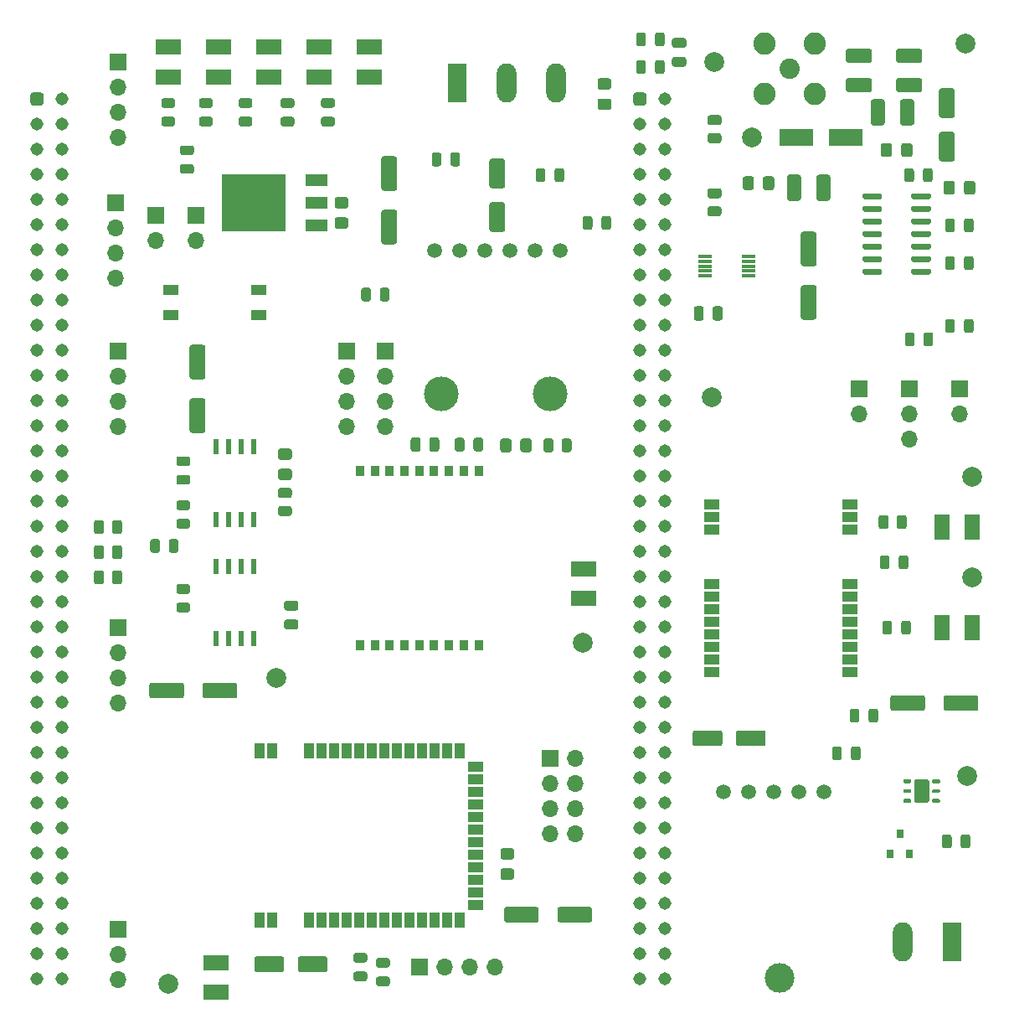
<source format=gbr>
G04 #@! TF.GenerationSoftware,KiCad,Pcbnew,(5.1.12)-1*
G04 #@! TF.CreationDate,2021-12-04T17:22:21+10:00*
G04 #@! TF.ProjectId,stmsplat2,73746d73-706c-4617-9432-2e6b69636164,rev?*
G04 #@! TF.SameCoordinates,Original*
G04 #@! TF.FileFunction,Soldermask,Top*
G04 #@! TF.FilePolarity,Negative*
%FSLAX46Y46*%
G04 Gerber Fmt 4.6, Leading zero omitted, Abs format (unit mm)*
G04 Created by KiCad (PCBNEW (5.1.12)-1) date 2021-12-04 17:22:21*
%MOMM*%
%LPD*%
G01*
G04 APERTURE LIST*
%ADD10R,1.600000X1.000000*%
%ADD11C,3.000000*%
%ADD12C,1.520000*%
%ADD13O,1.700000X1.700000*%
%ADD14R,1.700000X1.700000*%
%ADD15R,1.500000X1.100000*%
%ADD16C,2.000000*%
%ADD17R,0.800000X0.900000*%
%ADD18R,1.400000X0.300000*%
%ADD19R,1.500000X2.600000*%
%ADD20R,2.600000X1.500000*%
%ADD21R,3.500000X1.800000*%
%ADD22C,1.310000*%
%ADD23C,2.250000*%
%ADD24C,2.050000*%
%ADD25R,0.558800X1.498600*%
%ADD26R,2.200000X1.200000*%
%ADD27R,6.400000X5.800000*%
%ADD28R,1.980000X3.960000*%
%ADD29O,1.980000X3.960000*%
%ADD30R,1.000000X1.600000*%
%ADD31R,0.912500X1.000000*%
%ADD32C,3.500000*%
G04 APERTURE END LIST*
D10*
X137505800Y-122629600D03*
X137505800Y-123899600D03*
X137505800Y-125169600D03*
X137505800Y-126439600D03*
X137505800Y-127709600D03*
X137505800Y-128979600D03*
X137505800Y-130249600D03*
X137505800Y-131519600D03*
X137505800Y-115789600D03*
X137505800Y-114519600D03*
X137505800Y-117059600D03*
X123505800Y-115789600D03*
X123505800Y-114519600D03*
X123505800Y-117059600D03*
X123505800Y-126439600D03*
X123505800Y-123899600D03*
X123505800Y-130249600D03*
X123505800Y-131519600D03*
X123505800Y-127709600D03*
X123505800Y-122629600D03*
X123505800Y-125169600D03*
X123505800Y-128979600D03*
D11*
X130404000Y-162382000D03*
D12*
X124714000Y-143562000D03*
X127254000Y-143562000D03*
X132334000Y-143562000D03*
X129794000Y-143562000D03*
X134874000Y-143562000D03*
G36*
G01*
X124275001Y-76232500D02*
X123374999Y-76232500D01*
G75*
G02*
X123125000Y-75982501I0J249999D01*
G01*
X123125000Y-75457499D01*
G75*
G02*
X123374999Y-75207500I249999J0D01*
G01*
X124275001Y-75207500D01*
G75*
G02*
X124525000Y-75457499I0J-249999D01*
G01*
X124525000Y-75982501D01*
G75*
G02*
X124275001Y-76232500I-249999J0D01*
G01*
G37*
G36*
G01*
X124275001Y-78057500D02*
X123374999Y-78057500D01*
G75*
G02*
X123125000Y-77807501I0J249999D01*
G01*
X123125000Y-77282499D01*
G75*
G02*
X123374999Y-77032500I249999J0D01*
G01*
X124275001Y-77032500D01*
G75*
G02*
X124525000Y-77282499I0J-249999D01*
G01*
X124525000Y-77807501D01*
G75*
G02*
X124275001Y-78057500I-249999J0D01*
G01*
G37*
G36*
G01*
X124275001Y-83622500D02*
X123374999Y-83622500D01*
G75*
G02*
X123125000Y-83372501I0J249999D01*
G01*
X123125000Y-82847499D01*
G75*
G02*
X123374999Y-82597500I249999J0D01*
G01*
X124275001Y-82597500D01*
G75*
G02*
X124525000Y-82847499I0J-249999D01*
G01*
X124525000Y-83372501D01*
G75*
G02*
X124275001Y-83622500I-249999J0D01*
G01*
G37*
G36*
G01*
X124275001Y-85447500D02*
X123374999Y-85447500D01*
G75*
G02*
X123125000Y-85197501I0J249999D01*
G01*
X123125000Y-84672499D01*
G75*
G02*
X123374999Y-84422500I249999J0D01*
G01*
X124275001Y-84422500D01*
G75*
G02*
X124525000Y-84672499I0J-249999D01*
G01*
X124525000Y-85197501D01*
G75*
G02*
X124275001Y-85447500I-249999J0D01*
G01*
G37*
G36*
G01*
X101304000Y-84012000D02*
X102404000Y-84012000D01*
G75*
G02*
X102654000Y-84262000I0J-250000D01*
G01*
X102654000Y-86762000D01*
G75*
G02*
X102404000Y-87012000I-250000J0D01*
G01*
X101304000Y-87012000D01*
G75*
G02*
X101054000Y-86762000I0J250000D01*
G01*
X101054000Y-84262000D01*
G75*
G02*
X101304000Y-84012000I250000J0D01*
G01*
G37*
G36*
G01*
X101304000Y-79612000D02*
X102404000Y-79612000D01*
G75*
G02*
X102654000Y-79862000I0J-250000D01*
G01*
X102654000Y-82362000D01*
G75*
G02*
X102404000Y-82612000I-250000J0D01*
G01*
X101304000Y-82612000D01*
G75*
G02*
X101054000Y-82362000I0J250000D01*
G01*
X101054000Y-79862000D01*
G75*
G02*
X101304000Y-79612000I250000J0D01*
G01*
G37*
D13*
X71374000Y-87884000D03*
D14*
X71374000Y-85344000D03*
D15*
X68829000Y-95427800D03*
X77729000Y-92887800D03*
X68829000Y-92887800D03*
X77729000Y-95427800D03*
D13*
X67335400Y-87884000D03*
D14*
X67335400Y-85344000D03*
G36*
G01*
X70170000Y-132800000D02*
X70170000Y-133900000D01*
G75*
G02*
X69920000Y-134150000I-250000J0D01*
G01*
X66920000Y-134150000D01*
G75*
G02*
X66670000Y-133900000I0J250000D01*
G01*
X66670000Y-132800000D01*
G75*
G02*
X66920000Y-132550000I250000J0D01*
G01*
X69920000Y-132550000D01*
G75*
G02*
X70170000Y-132800000I0J-250000D01*
G01*
G37*
G36*
G01*
X75570000Y-132800000D02*
X75570000Y-133900000D01*
G75*
G02*
X75320000Y-134150000I-250000J0D01*
G01*
X72320000Y-134150000D01*
G75*
G02*
X72070000Y-133900000I0J250000D01*
G01*
X72070000Y-132800000D01*
G75*
G02*
X72320000Y-132550000I250000J0D01*
G01*
X75320000Y-132550000D01*
G75*
G02*
X75570000Y-132800000I0J-250000D01*
G01*
G37*
G36*
G01*
X72100000Y-101920000D02*
X71000000Y-101920000D01*
G75*
G02*
X70750000Y-101670000I0J250000D01*
G01*
X70750000Y-98670000D01*
G75*
G02*
X71000000Y-98420000I250000J0D01*
G01*
X72100000Y-98420000D01*
G75*
G02*
X72350000Y-98670000I0J-250000D01*
G01*
X72350000Y-101670000D01*
G75*
G02*
X72100000Y-101920000I-250000J0D01*
G01*
G37*
G36*
G01*
X72100000Y-107320000D02*
X71000000Y-107320000D01*
G75*
G02*
X70750000Y-107070000I0J250000D01*
G01*
X70750000Y-104070000D01*
G75*
G02*
X71000000Y-103820000I250000J0D01*
G01*
X72100000Y-103820000D01*
G75*
G02*
X72350000Y-104070000I0J-250000D01*
G01*
X72350000Y-107070000D01*
G75*
G02*
X72100000Y-107320000I-250000J0D01*
G01*
G37*
D16*
X79502000Y-132080000D03*
G36*
G01*
X80300000Y-160450000D02*
X80300000Y-161550000D01*
G75*
G02*
X80050000Y-161800000I-250000J0D01*
G01*
X77550000Y-161800000D01*
G75*
G02*
X77300000Y-161550000I0J250000D01*
G01*
X77300000Y-160450000D01*
G75*
G02*
X77550000Y-160200000I250000J0D01*
G01*
X80050000Y-160200000D01*
G75*
G02*
X80300000Y-160450000I0J-250000D01*
G01*
G37*
G36*
G01*
X84700000Y-160450000D02*
X84700000Y-161550000D01*
G75*
G02*
X84450000Y-161800000I-250000J0D01*
G01*
X81950000Y-161800000D01*
G75*
G02*
X81700000Y-161550000I0J250000D01*
G01*
X81700000Y-160450000D01*
G75*
G02*
X81950000Y-160200000I250000J0D01*
G01*
X84450000Y-160200000D01*
G75*
G02*
X84700000Y-160450000I0J-250000D01*
G01*
G37*
G36*
G01*
X94100000Y-108025000D02*
X94100000Y-108975000D01*
G75*
G02*
X93850000Y-109225000I-250000J0D01*
G01*
X93350000Y-109225000D01*
G75*
G02*
X93100000Y-108975000I0J250000D01*
G01*
X93100000Y-108025000D01*
G75*
G02*
X93350000Y-107775000I250000J0D01*
G01*
X93850000Y-107775000D01*
G75*
G02*
X94100000Y-108025000I0J-250000D01*
G01*
G37*
G36*
G01*
X96000000Y-108025000D02*
X96000000Y-108975000D01*
G75*
G02*
X95750000Y-109225000I-250000J0D01*
G01*
X95250000Y-109225000D01*
G75*
G02*
X95000000Y-108975000I0J250000D01*
G01*
X95000000Y-108025000D01*
G75*
G02*
X95250000Y-107775000I250000J0D01*
G01*
X95750000Y-107775000D01*
G75*
G02*
X96000000Y-108025000I0J-250000D01*
G01*
G37*
G36*
G01*
X103300000Y-108134999D02*
X103300000Y-109035001D01*
G75*
G02*
X103050001Y-109285000I-249999J0D01*
G01*
X102399999Y-109285000D01*
G75*
G02*
X102150000Y-109035001I0J249999D01*
G01*
X102150000Y-108134999D01*
G75*
G02*
X102399999Y-107885000I249999J0D01*
G01*
X103050001Y-107885000D01*
G75*
G02*
X103300000Y-108134999I0J-249999D01*
G01*
G37*
G36*
G01*
X105350000Y-108134999D02*
X105350000Y-109035001D01*
G75*
G02*
X105100001Y-109285000I-249999J0D01*
G01*
X104449999Y-109285000D01*
G75*
G02*
X104200000Y-109035001I0J249999D01*
G01*
X104200000Y-108134999D01*
G75*
G02*
X104449999Y-107885000I249999J0D01*
G01*
X105100001Y-107885000D01*
G75*
G02*
X105350000Y-108134999I0J-249999D01*
G01*
G37*
G36*
G01*
X79940998Y-114700000D02*
X80841002Y-114700000D01*
G75*
G02*
X81091000Y-114949998I0J-249998D01*
G01*
X81091000Y-115475002D01*
G75*
G02*
X80841002Y-115725000I-249998J0D01*
G01*
X79940998Y-115725000D01*
G75*
G02*
X79691000Y-115475002I0J249998D01*
G01*
X79691000Y-114949998D01*
G75*
G02*
X79940998Y-114700000I249998J0D01*
G01*
G37*
G36*
G01*
X79940998Y-112875000D02*
X80841002Y-112875000D01*
G75*
G02*
X81091000Y-113124998I0J-249998D01*
G01*
X81091000Y-113650002D01*
G75*
G02*
X80841002Y-113900000I-249998J0D01*
G01*
X79940998Y-113900000D01*
G75*
G02*
X79691000Y-113650002I0J249998D01*
G01*
X79691000Y-113124998D01*
G75*
G02*
X79940998Y-112875000I249998J0D01*
G01*
G37*
G36*
G01*
X62107500Y-118929998D02*
X62107500Y-119830002D01*
G75*
G02*
X61857502Y-120080000I-249998J0D01*
G01*
X61332498Y-120080000D01*
G75*
G02*
X61082500Y-119830002I0J249998D01*
G01*
X61082500Y-118929998D01*
G75*
G02*
X61332498Y-118680000I249998J0D01*
G01*
X61857502Y-118680000D01*
G75*
G02*
X62107500Y-118929998I0J-249998D01*
G01*
G37*
G36*
G01*
X63932500Y-118929998D02*
X63932500Y-119830002D01*
G75*
G02*
X63682502Y-120080000I-249998J0D01*
G01*
X63157498Y-120080000D01*
G75*
G02*
X62907500Y-119830002I0J249998D01*
G01*
X62907500Y-118929998D01*
G75*
G02*
X63157498Y-118680000I249998J0D01*
G01*
X63682502Y-118680000D01*
G75*
G02*
X63932500Y-118929998I0J-249998D01*
G01*
G37*
G36*
G01*
X62107500Y-121469998D02*
X62107500Y-122370002D01*
G75*
G02*
X61857502Y-122620000I-249998J0D01*
G01*
X61332498Y-122620000D01*
G75*
G02*
X61082500Y-122370002I0J249998D01*
G01*
X61082500Y-121469998D01*
G75*
G02*
X61332498Y-121220000I249998J0D01*
G01*
X61857502Y-121220000D01*
G75*
G02*
X62107500Y-121469998I0J-249998D01*
G01*
G37*
G36*
G01*
X63932500Y-121469998D02*
X63932500Y-122370002D01*
G75*
G02*
X63682502Y-122620000I-249998J0D01*
G01*
X63157498Y-122620000D01*
G75*
G02*
X62907500Y-122370002I0J249998D01*
G01*
X62907500Y-121469998D01*
G75*
G02*
X63157498Y-121220000I249998J0D01*
G01*
X63682502Y-121220000D01*
G75*
G02*
X63932500Y-121469998I0J-249998D01*
G01*
G37*
G36*
G01*
X62107500Y-116389998D02*
X62107500Y-117290002D01*
G75*
G02*
X61857502Y-117540000I-249998J0D01*
G01*
X61332498Y-117540000D01*
G75*
G02*
X61082500Y-117290002I0J249998D01*
G01*
X61082500Y-116389998D01*
G75*
G02*
X61332498Y-116140000I249998J0D01*
G01*
X61857502Y-116140000D01*
G75*
G02*
X62107500Y-116389998I0J-249998D01*
G01*
G37*
G36*
G01*
X63932500Y-116389998D02*
X63932500Y-117290002D01*
G75*
G02*
X63682502Y-117540000I-249998J0D01*
G01*
X63157498Y-117540000D01*
G75*
G02*
X62907500Y-117290002I0J249998D01*
G01*
X62907500Y-116389998D01*
G75*
G02*
X63157498Y-116140000I249998J0D01*
G01*
X63682502Y-116140000D01*
G75*
G02*
X63932500Y-116389998I0J-249998D01*
G01*
G37*
G36*
G01*
X79940999Y-110940000D02*
X80841001Y-110940000D01*
G75*
G02*
X81091000Y-111189999I0J-249999D01*
G01*
X81091000Y-111840001D01*
G75*
G02*
X80841001Y-112090000I-249999J0D01*
G01*
X79940999Y-112090000D01*
G75*
G02*
X79691000Y-111840001I0J249999D01*
G01*
X79691000Y-111189999D01*
G75*
G02*
X79940999Y-110940000I249999J0D01*
G01*
G37*
G36*
G01*
X79940999Y-108890000D02*
X80841001Y-108890000D01*
G75*
G02*
X81091000Y-109139999I0J-249999D01*
G01*
X81091000Y-109790001D01*
G75*
G02*
X80841001Y-110040000I-249999J0D01*
G01*
X79940999Y-110040000D01*
G75*
G02*
X79691000Y-109790001I0J249999D01*
G01*
X79691000Y-109139999D01*
G75*
G02*
X79940999Y-108890000I249999J0D01*
G01*
G37*
G36*
G01*
X141047000Y-73855000D02*
X141047000Y-76005000D01*
G75*
G02*
X140797000Y-76255000I-250000J0D01*
G01*
X139872000Y-76255000D01*
G75*
G02*
X139622000Y-76005000I0J250000D01*
G01*
X139622000Y-73855000D01*
G75*
G02*
X139872000Y-73605000I250000J0D01*
G01*
X140797000Y-73605000D01*
G75*
G02*
X141047000Y-73855000I0J-250000D01*
G01*
G37*
G36*
G01*
X144022000Y-73855000D02*
X144022000Y-76005000D01*
G75*
G02*
X143772000Y-76255000I-250000J0D01*
G01*
X142847000Y-76255000D01*
G75*
G02*
X142597000Y-76005000I0J250000D01*
G01*
X142597000Y-73855000D01*
G75*
G02*
X142847000Y-73605000I250000J0D01*
G01*
X143772000Y-73605000D01*
G75*
G02*
X144022000Y-73855000I0J-250000D01*
G01*
G37*
G36*
G01*
X147870000Y-75500000D02*
X146770000Y-75500000D01*
G75*
G02*
X146520000Y-75250000I0J250000D01*
G01*
X146520000Y-72750000D01*
G75*
G02*
X146770000Y-72500000I250000J0D01*
G01*
X147870000Y-72500000D01*
G75*
G02*
X148120000Y-72750000I0J-250000D01*
G01*
X148120000Y-75250000D01*
G75*
G02*
X147870000Y-75500000I-250000J0D01*
G01*
G37*
G36*
G01*
X147870000Y-79900000D02*
X146770000Y-79900000D01*
G75*
G02*
X146520000Y-79650000I0J250000D01*
G01*
X146520000Y-77150000D01*
G75*
G02*
X146770000Y-76900000I250000J0D01*
G01*
X147870000Y-76900000D01*
G75*
G02*
X148120000Y-77150000I0J-250000D01*
G01*
X148120000Y-79650000D01*
G75*
G02*
X147870000Y-79900000I-250000J0D01*
G01*
G37*
G36*
G01*
X126008000Y-138726000D02*
X126008000Y-137626000D01*
G75*
G02*
X126258000Y-137376000I250000J0D01*
G01*
X128758000Y-137376000D01*
G75*
G02*
X129008000Y-137626000I0J-250000D01*
G01*
X129008000Y-138726000D01*
G75*
G02*
X128758000Y-138976000I-250000J0D01*
G01*
X126258000Y-138976000D01*
G75*
G02*
X126008000Y-138726000I0J250000D01*
G01*
G37*
G36*
G01*
X121608000Y-138726000D02*
X121608000Y-137626000D01*
G75*
G02*
X121858000Y-137376000I250000J0D01*
G01*
X124358000Y-137376000D01*
G75*
G02*
X124608000Y-137626000I0J-250000D01*
G01*
X124608000Y-138726000D01*
G75*
G02*
X124358000Y-138976000I-250000J0D01*
G01*
X121858000Y-138976000D01*
G75*
G02*
X121608000Y-138726000I0J250000D01*
G01*
G37*
G36*
G01*
X107950000Y-156550000D02*
X107950000Y-155450000D01*
G75*
G02*
X108200000Y-155200000I250000J0D01*
G01*
X111200000Y-155200000D01*
G75*
G02*
X111450000Y-155450000I0J-250000D01*
G01*
X111450000Y-156550000D01*
G75*
G02*
X111200000Y-156800000I-250000J0D01*
G01*
X108200000Y-156800000D01*
G75*
G02*
X107950000Y-156550000I0J250000D01*
G01*
G37*
G36*
G01*
X102550000Y-156550000D02*
X102550000Y-155450000D01*
G75*
G02*
X102800000Y-155200000I250000J0D01*
G01*
X105800000Y-155200000D01*
G75*
G02*
X106050000Y-155450000I0J-250000D01*
G01*
X106050000Y-156550000D01*
G75*
G02*
X105800000Y-156800000I-250000J0D01*
G01*
X102800000Y-156800000D01*
G75*
G02*
X102550000Y-156550000I0J250000D01*
G01*
G37*
D17*
X142560000Y-147860000D03*
X143510000Y-149860000D03*
X141610000Y-149860000D03*
D18*
X122895000Y-89470000D03*
X122895000Y-89970000D03*
X122895000Y-90470000D03*
X122895000Y-90970000D03*
X122895000Y-91470000D03*
X127295000Y-91470000D03*
X127295000Y-90970000D03*
X127295000Y-90470000D03*
X127295000Y-89970000D03*
X127295000Y-89470000D03*
G36*
G01*
X147000000Y-135170000D02*
X147000000Y-134070000D01*
G75*
G02*
X147250000Y-133820000I250000J0D01*
G01*
X150250000Y-133820000D01*
G75*
G02*
X150500000Y-134070000I0J-250000D01*
G01*
X150500000Y-135170000D01*
G75*
G02*
X150250000Y-135420000I-250000J0D01*
G01*
X147250000Y-135420000D01*
G75*
G02*
X147000000Y-135170000I0J250000D01*
G01*
G37*
G36*
G01*
X141600000Y-135170000D02*
X141600000Y-134070000D01*
G75*
G02*
X141850000Y-133820000I250000J0D01*
G01*
X144850000Y-133820000D01*
G75*
G02*
X145100000Y-134070000I0J-250000D01*
G01*
X145100000Y-135170000D01*
G75*
G02*
X144850000Y-135420000I-250000J0D01*
G01*
X141850000Y-135420000D01*
G75*
G02*
X141600000Y-135170000I0J250000D01*
G01*
G37*
G36*
G01*
X132800000Y-92390000D02*
X133900000Y-92390000D01*
G75*
G02*
X134150000Y-92640000I0J-250000D01*
G01*
X134150000Y-95640000D01*
G75*
G02*
X133900000Y-95890000I-250000J0D01*
G01*
X132800000Y-95890000D01*
G75*
G02*
X132550000Y-95640000I0J250000D01*
G01*
X132550000Y-92640000D01*
G75*
G02*
X132800000Y-92390000I250000J0D01*
G01*
G37*
G36*
G01*
X132800000Y-86990000D02*
X133900000Y-86990000D01*
G75*
G02*
X134150000Y-87240000I0J-250000D01*
G01*
X134150000Y-90240000D01*
G75*
G02*
X133900000Y-90490000I-250000J0D01*
G01*
X132800000Y-90490000D01*
G75*
G02*
X132550000Y-90240000I0J250000D01*
G01*
X132550000Y-87240000D01*
G75*
G02*
X132800000Y-86990000I250000J0D01*
G01*
G37*
G36*
G01*
X90382000Y-84770000D02*
X91482000Y-84770000D01*
G75*
G02*
X91732000Y-85020000I0J-250000D01*
G01*
X91732000Y-88020000D01*
G75*
G02*
X91482000Y-88270000I-250000J0D01*
G01*
X90382000Y-88270000D01*
G75*
G02*
X90132000Y-88020000I0J250000D01*
G01*
X90132000Y-85020000D01*
G75*
G02*
X90382000Y-84770000I250000J0D01*
G01*
G37*
G36*
G01*
X90382000Y-79370000D02*
X91482000Y-79370000D01*
G75*
G02*
X91732000Y-79620000I0J-250000D01*
G01*
X91732000Y-82620000D01*
G75*
G02*
X91482000Y-82870000I-250000J0D01*
G01*
X90382000Y-82870000D01*
G75*
G02*
X90132000Y-82620000I0J250000D01*
G01*
X90132000Y-79620000D01*
G75*
G02*
X90382000Y-79370000I250000J0D01*
G01*
G37*
D16*
X123825000Y-69850000D03*
G36*
G01*
X117798000Y-70814250D02*
X117798000Y-69901750D01*
G75*
G02*
X118041750Y-69658000I243750J0D01*
G01*
X118529250Y-69658000D01*
G75*
G02*
X118773000Y-69901750I0J-243750D01*
G01*
X118773000Y-70814250D01*
G75*
G02*
X118529250Y-71058000I-243750J0D01*
G01*
X118041750Y-71058000D01*
G75*
G02*
X117798000Y-70814250I0J243750D01*
G01*
G37*
G36*
G01*
X115923000Y-70814250D02*
X115923000Y-69901750D01*
G75*
G02*
X116166750Y-69658000I243750J0D01*
G01*
X116654250Y-69658000D01*
G75*
G02*
X116898000Y-69901750I0J-243750D01*
G01*
X116898000Y-70814250D01*
G75*
G02*
X116654250Y-71058000I-243750J0D01*
G01*
X116166750Y-71058000D01*
G75*
G02*
X115923000Y-70814250I0J243750D01*
G01*
G37*
X149860000Y-121920000D03*
G36*
G01*
X96212000Y-79236250D02*
X96212000Y-80148750D01*
G75*
G02*
X95968250Y-80392500I-243750J0D01*
G01*
X95480750Y-80392500D01*
G75*
G02*
X95237000Y-80148750I0J243750D01*
G01*
X95237000Y-79236250D01*
G75*
G02*
X95480750Y-78992500I243750J0D01*
G01*
X95968250Y-78992500D01*
G75*
G02*
X96212000Y-79236250I0J-243750D01*
G01*
G37*
G36*
G01*
X98087000Y-79236250D02*
X98087000Y-80148750D01*
G75*
G02*
X97843250Y-80392500I-243750J0D01*
G01*
X97355750Y-80392500D01*
G75*
G02*
X97112000Y-80148750I0J243750D01*
G01*
X97112000Y-79236250D01*
G75*
G02*
X97355750Y-78992500I243750J0D01*
G01*
X97843250Y-78992500D01*
G75*
G02*
X98087000Y-79236250I0J-243750D01*
G01*
G37*
G36*
G01*
X134125000Y-83625000D02*
X134125000Y-81475000D01*
G75*
G02*
X134375000Y-81225000I250000J0D01*
G01*
X135300000Y-81225000D01*
G75*
G02*
X135550000Y-81475000I0J-250000D01*
G01*
X135550000Y-83625000D01*
G75*
G02*
X135300000Y-83875000I-250000J0D01*
G01*
X134375000Y-83875000D01*
G75*
G02*
X134125000Y-83625000I0J250000D01*
G01*
G37*
G36*
G01*
X131150000Y-83625000D02*
X131150000Y-81475000D01*
G75*
G02*
X131400000Y-81225000I250000J0D01*
G01*
X132325000Y-81225000D01*
G75*
G02*
X132575000Y-81475000I0J-250000D01*
G01*
X132575000Y-83625000D01*
G75*
G02*
X132325000Y-83875000I-250000J0D01*
G01*
X131400000Y-83875000D01*
G75*
G02*
X131150000Y-83625000I0J250000D01*
G01*
G37*
D19*
X149860000Y-116840000D03*
X146860000Y-116840000D03*
D20*
X78740000Y-71350000D03*
X78740000Y-68350000D03*
D16*
X127635000Y-77470000D03*
D20*
X83820000Y-71350000D03*
X83820000Y-68350000D03*
X110617000Y-124055000D03*
X110617000Y-121055000D03*
D16*
X110490000Y-128524000D03*
D20*
X88900000Y-71350000D03*
X88900000Y-68350000D03*
X73406000Y-163830000D03*
X73406000Y-160830000D03*
D13*
X63500000Y-106680000D03*
X63500000Y-104140000D03*
X63500000Y-101600000D03*
D14*
X63500000Y-99060000D03*
D20*
X73660000Y-71350000D03*
X73660000Y-68350000D03*
D21*
X132120000Y-77470000D03*
X137120000Y-77470000D03*
D22*
X57861200Y-162483800D03*
X57861200Y-159943800D03*
X57861200Y-157403800D03*
X57861200Y-154863800D03*
X57861200Y-152323800D03*
X57861200Y-149783800D03*
X57861200Y-147243800D03*
X57861200Y-144703800D03*
X57861200Y-142163800D03*
X57861200Y-139623800D03*
X57861200Y-137083800D03*
X57861200Y-134543800D03*
X57861200Y-132003800D03*
X57861200Y-129463800D03*
X57861200Y-126923800D03*
X57861200Y-124383800D03*
X57861200Y-121843800D03*
X57861200Y-119303800D03*
X57861200Y-116763800D03*
X57861200Y-114223800D03*
X57861200Y-111683800D03*
X57861200Y-109143800D03*
X57861200Y-106603800D03*
X57861200Y-104063800D03*
X57861200Y-101523800D03*
X57861200Y-98983800D03*
X57861200Y-96443800D03*
X57861200Y-93903800D03*
X57861200Y-91363800D03*
X57861200Y-88823800D03*
X57861200Y-86283800D03*
X57861200Y-83743800D03*
X57861200Y-81203800D03*
X57861200Y-78663800D03*
X57861200Y-76123800D03*
X57861200Y-73583800D03*
X55321200Y-162483800D03*
X55321200Y-159943800D03*
X55321200Y-157403800D03*
X55321200Y-154863800D03*
X55321200Y-152323800D03*
X55321200Y-149783800D03*
X55321200Y-147243800D03*
X55321200Y-144703800D03*
X55321200Y-142163800D03*
X55321200Y-139623800D03*
X55321200Y-137083800D03*
X55321200Y-134543800D03*
X55321200Y-132003800D03*
X55321200Y-129463800D03*
X55321200Y-126923800D03*
X55321200Y-124383800D03*
X55321200Y-121843800D03*
X55321200Y-119303800D03*
X55321200Y-116763800D03*
X55321200Y-114223800D03*
X55321200Y-111683800D03*
X55321200Y-109143800D03*
X55321200Y-106603800D03*
X55321200Y-104063800D03*
X55321200Y-101523800D03*
X55321200Y-98983800D03*
X55321200Y-96443800D03*
X55321200Y-93903800D03*
X55321200Y-91363800D03*
X55321200Y-88823800D03*
X55321200Y-86283800D03*
X55321200Y-83743800D03*
X55321200Y-81203800D03*
X55321200Y-78663800D03*
X55321200Y-76123800D03*
G36*
G01*
X54916200Y-72928800D02*
X55726200Y-72928800D01*
G75*
G02*
X55976200Y-73178800I0J-250000D01*
G01*
X55976200Y-73988800D01*
G75*
G02*
X55726200Y-74238800I-250000J0D01*
G01*
X54916200Y-74238800D01*
G75*
G02*
X54666200Y-73988800I0J250000D01*
G01*
X54666200Y-73178800D01*
G75*
G02*
X54916200Y-72928800I250000J0D01*
G01*
G37*
X118821000Y-162483800D03*
X118821000Y-159943800D03*
X118821000Y-157403800D03*
X118821000Y-154863800D03*
X118821000Y-152323800D03*
X118821000Y-149783800D03*
X118821000Y-147243800D03*
X118821000Y-144703800D03*
X118821000Y-142163800D03*
X118821000Y-139623800D03*
X118821000Y-137083800D03*
X118821000Y-134543800D03*
X118821000Y-132003800D03*
X118821000Y-129463800D03*
X118821000Y-126923800D03*
X118821000Y-124383800D03*
X118821000Y-121843800D03*
X118821000Y-119303800D03*
X118821000Y-116763800D03*
X118821000Y-114223800D03*
X118821000Y-111683800D03*
X118821000Y-109143800D03*
X118821000Y-106603800D03*
X118821000Y-104063800D03*
X118821000Y-101523800D03*
X118821000Y-98983800D03*
X118821000Y-96443800D03*
X118821000Y-93903800D03*
X118821000Y-91363800D03*
X118821000Y-88823800D03*
X118821000Y-86283800D03*
X118821000Y-83743800D03*
X118821000Y-81203800D03*
X118821000Y-78663800D03*
X118821000Y-76123800D03*
X118821000Y-73583800D03*
X116281000Y-162483800D03*
X116281000Y-159943800D03*
X116281000Y-157403800D03*
X116281000Y-154863800D03*
X116281000Y-152323800D03*
X116281000Y-149783800D03*
X116281000Y-147243800D03*
X116281000Y-144703800D03*
X116281000Y-142163800D03*
X116281000Y-139623800D03*
X116281000Y-137083800D03*
X116281000Y-134543800D03*
X116281000Y-132003800D03*
X116281000Y-129463800D03*
X116281000Y-126923800D03*
X116281000Y-124383800D03*
X116281000Y-121843800D03*
X116281000Y-119303800D03*
X116281000Y-116763800D03*
X116281000Y-114223800D03*
X116281000Y-111683800D03*
X116281000Y-109143800D03*
X116281000Y-106603800D03*
X116281000Y-104063800D03*
X116281000Y-101523800D03*
X116281000Y-98983800D03*
X116281000Y-96443800D03*
X116281000Y-93903800D03*
X116281000Y-91363800D03*
X116281000Y-88823800D03*
X116281000Y-86283800D03*
X116281000Y-83743800D03*
X116281000Y-81203800D03*
X116281000Y-78663800D03*
X116281000Y-76123800D03*
G36*
G01*
X115876000Y-72928800D02*
X116686000Y-72928800D01*
G75*
G02*
X116936000Y-73178800I0J-250000D01*
G01*
X116936000Y-73988800D01*
G75*
G02*
X116686000Y-74238800I-250000J0D01*
G01*
X115876000Y-74238800D01*
G75*
G02*
X115626000Y-73988800I0J250000D01*
G01*
X115626000Y-73178800D01*
G75*
G02*
X115876000Y-72928800I250000J0D01*
G01*
G37*
D13*
X63246000Y-91694000D03*
X63246000Y-89154000D03*
X63246000Y-86614000D03*
D14*
X63246000Y-84074000D03*
D13*
X90551000Y-106680000D03*
X90551000Y-104140000D03*
X90551000Y-101600000D03*
D14*
X90551000Y-99060000D03*
D13*
X86614000Y-106680000D03*
X86614000Y-104140000D03*
X86614000Y-101600000D03*
D14*
X86614000Y-99060000D03*
D19*
X149860000Y-127000000D03*
X146860000Y-127000000D03*
D20*
X68580000Y-71350000D03*
X68580000Y-68350000D03*
D23*
X128905000Y-73025000D03*
X128905000Y-67945000D03*
X133985000Y-67945000D03*
X133985000Y-73025000D03*
D24*
X131445000Y-70485000D03*
G36*
G01*
X142435000Y-71477500D02*
X144585000Y-71477500D01*
G75*
G02*
X144835000Y-71727500I0J-250000D01*
G01*
X144835000Y-72652500D01*
G75*
G02*
X144585000Y-72902500I-250000J0D01*
G01*
X142435000Y-72902500D01*
G75*
G02*
X142185000Y-72652500I0J250000D01*
G01*
X142185000Y-71727500D01*
G75*
G02*
X142435000Y-71477500I250000J0D01*
G01*
G37*
G36*
G01*
X142435000Y-68502500D02*
X144585000Y-68502500D01*
G75*
G02*
X144835000Y-68752500I0J-250000D01*
G01*
X144835000Y-69677500D01*
G75*
G02*
X144585000Y-69927500I-250000J0D01*
G01*
X142435000Y-69927500D01*
G75*
G02*
X142185000Y-69677500I0J250000D01*
G01*
X142185000Y-68752500D01*
G75*
G02*
X142435000Y-68502500I250000J0D01*
G01*
G37*
G36*
G01*
X139505000Y-69927500D02*
X137355000Y-69927500D01*
G75*
G02*
X137105000Y-69677500I0J250000D01*
G01*
X137105000Y-68752500D01*
G75*
G02*
X137355000Y-68502500I250000J0D01*
G01*
X139505000Y-68502500D01*
G75*
G02*
X139755000Y-68752500I0J-250000D01*
G01*
X139755000Y-69677500D01*
G75*
G02*
X139505000Y-69927500I-250000J0D01*
G01*
G37*
G36*
G01*
X139505000Y-72902500D02*
X137355000Y-72902500D01*
G75*
G02*
X137105000Y-72652500I0J250000D01*
G01*
X137105000Y-71727500D01*
G75*
G02*
X137355000Y-71477500I250000J0D01*
G01*
X139505000Y-71477500D01*
G75*
G02*
X139755000Y-71727500I0J-250000D01*
G01*
X139755000Y-72652500D01*
G75*
G02*
X139505000Y-72902500I-250000J0D01*
G01*
G37*
G36*
G01*
X128720000Y-82542801D02*
X128720000Y-81642799D01*
G75*
G02*
X128969999Y-81392800I249999J0D01*
G01*
X129620001Y-81392800D01*
G75*
G02*
X129870000Y-81642799I0J-249999D01*
G01*
X129870000Y-82542801D01*
G75*
G02*
X129620001Y-82792800I-249999J0D01*
G01*
X128969999Y-82792800D01*
G75*
G02*
X128720000Y-82542801I0J249999D01*
G01*
G37*
G36*
G01*
X126670000Y-82542801D02*
X126670000Y-81642799D01*
G75*
G02*
X126919999Y-81392800I249999J0D01*
G01*
X127570001Y-81392800D01*
G75*
G02*
X127820000Y-81642799I0J-249999D01*
G01*
X127820000Y-82542801D01*
G75*
G02*
X127570001Y-82792800I-249999J0D01*
G01*
X126919999Y-82792800D01*
G75*
G02*
X126670000Y-82542801I0J249999D01*
G01*
G37*
G36*
G01*
X141790000Y-78289999D02*
X141790000Y-79190001D01*
G75*
G02*
X141540001Y-79440000I-249999J0D01*
G01*
X140889999Y-79440000D01*
G75*
G02*
X140640000Y-79190001I0J249999D01*
G01*
X140640000Y-78289999D01*
G75*
G02*
X140889999Y-78040000I249999J0D01*
G01*
X141540001Y-78040000D01*
G75*
G02*
X141790000Y-78289999I0J-249999D01*
G01*
G37*
G36*
G01*
X143840000Y-78289999D02*
X143840000Y-79190001D01*
G75*
G02*
X143590001Y-79440000I-249999J0D01*
G01*
X142939999Y-79440000D01*
G75*
G02*
X142690000Y-79190001I0J249999D01*
G01*
X142690000Y-78289999D01*
G75*
G02*
X142939999Y-78040000I249999J0D01*
G01*
X143590001Y-78040000D01*
G75*
G02*
X143840000Y-78289999I0J-249999D01*
G01*
G37*
D16*
X68580000Y-163000000D03*
X149352000Y-141986000D03*
X149860000Y-111760000D03*
X123508000Y-103696000D03*
X149225000Y-67945000D03*
G36*
G01*
X144961000Y-98309750D02*
X144961000Y-97397250D01*
G75*
G02*
X145204750Y-97153500I243750J0D01*
G01*
X145692250Y-97153500D01*
G75*
G02*
X145936000Y-97397250I0J-243750D01*
G01*
X145936000Y-98309750D01*
G75*
G02*
X145692250Y-98553500I-243750J0D01*
G01*
X145204750Y-98553500D01*
G75*
G02*
X144961000Y-98309750I0J243750D01*
G01*
G37*
G36*
G01*
X143086000Y-98309750D02*
X143086000Y-97397250D01*
G75*
G02*
X143329750Y-97153500I243750J0D01*
G01*
X143817250Y-97153500D01*
G75*
G02*
X144061000Y-97397250I0J-243750D01*
G01*
X144061000Y-98309750D01*
G75*
G02*
X143817250Y-98553500I-243750J0D01*
G01*
X143329750Y-98553500D01*
G75*
G02*
X143086000Y-98309750I0J243750D01*
G01*
G37*
D25*
X73406000Y-128117600D03*
X74676000Y-128117600D03*
X75946000Y-128117600D03*
X77216000Y-128117600D03*
X77216000Y-120802400D03*
X75946000Y-120802400D03*
X74676000Y-120802400D03*
X73406000Y-120802400D03*
D14*
X63500000Y-127000000D03*
D13*
X63500000Y-129540000D03*
X63500000Y-132080000D03*
X63500000Y-134620000D03*
G36*
G01*
X144030000Y-144460000D02*
X144030000Y-142560000D01*
G75*
G02*
X144280000Y-142310000I250000J0D01*
G01*
X145280000Y-142310000D01*
G75*
G02*
X145530000Y-142560000I0J-250000D01*
G01*
X145530000Y-144460000D01*
G75*
G02*
X145280000Y-144710000I-250000J0D01*
G01*
X144280000Y-144710000D01*
G75*
G02*
X144030000Y-144460000I0J250000D01*
G01*
G37*
G36*
G01*
X142930000Y-142610000D02*
X142930000Y-142410000D01*
G75*
G02*
X143030000Y-142310000I100000J0D01*
G01*
X143630000Y-142310000D01*
G75*
G02*
X143730000Y-142410000I0J-100000D01*
G01*
X143730000Y-142610000D01*
G75*
G02*
X143630000Y-142710000I-100000J0D01*
G01*
X143030000Y-142710000D01*
G75*
G02*
X142930000Y-142610000I0J100000D01*
G01*
G37*
G36*
G01*
X142930000Y-143610000D02*
X142930000Y-143410000D01*
G75*
G02*
X143030000Y-143310000I100000J0D01*
G01*
X143630000Y-143310000D01*
G75*
G02*
X143730000Y-143410000I0J-100000D01*
G01*
X143730000Y-143610000D01*
G75*
G02*
X143630000Y-143710000I-100000J0D01*
G01*
X143030000Y-143710000D01*
G75*
G02*
X142930000Y-143610000I0J100000D01*
G01*
G37*
G36*
G01*
X142930000Y-144610000D02*
X142930000Y-144410000D01*
G75*
G02*
X143030000Y-144310000I100000J0D01*
G01*
X143630000Y-144310000D01*
G75*
G02*
X143730000Y-144410000I0J-100000D01*
G01*
X143730000Y-144610000D01*
G75*
G02*
X143630000Y-144710000I-100000J0D01*
G01*
X143030000Y-144710000D01*
G75*
G02*
X142930000Y-144610000I0J100000D01*
G01*
G37*
G36*
G01*
X145830000Y-144610000D02*
X145830000Y-144410000D01*
G75*
G02*
X145930000Y-144310000I100000J0D01*
G01*
X146530000Y-144310000D01*
G75*
G02*
X146630000Y-144410000I0J-100000D01*
G01*
X146630000Y-144610000D01*
G75*
G02*
X146530000Y-144710000I-100000J0D01*
G01*
X145930000Y-144710000D01*
G75*
G02*
X145830000Y-144610000I0J100000D01*
G01*
G37*
G36*
G01*
X145830000Y-143610000D02*
X145830000Y-143410000D01*
G75*
G02*
X145930000Y-143310000I100000J0D01*
G01*
X146530000Y-143310000D01*
G75*
G02*
X146630000Y-143410000I0J-100000D01*
G01*
X146630000Y-143610000D01*
G75*
G02*
X146530000Y-143710000I-100000J0D01*
G01*
X145930000Y-143710000D01*
G75*
G02*
X145830000Y-143610000I0J100000D01*
G01*
G37*
G36*
G01*
X145830000Y-142610000D02*
X145830000Y-142410000D01*
G75*
G02*
X145930000Y-142310000I100000J0D01*
G01*
X146530000Y-142310000D01*
G75*
G02*
X146630000Y-142410000I0J-100000D01*
G01*
X146630000Y-142610000D01*
G75*
G02*
X146530000Y-142710000I-100000J0D01*
G01*
X145930000Y-142710000D01*
G75*
G02*
X145830000Y-142610000I0J100000D01*
G01*
G37*
G36*
G01*
X118773000Y-67107750D02*
X118773000Y-68020250D01*
G75*
G02*
X118529250Y-68264000I-243750J0D01*
G01*
X118041750Y-68264000D01*
G75*
G02*
X117798000Y-68020250I0J243750D01*
G01*
X117798000Y-67107750D01*
G75*
G02*
X118041750Y-66864000I243750J0D01*
G01*
X118529250Y-66864000D01*
G75*
G02*
X118773000Y-67107750I0J-243750D01*
G01*
G37*
G36*
G01*
X116898000Y-67107750D02*
X116898000Y-68020250D01*
G75*
G02*
X116654250Y-68264000I-243750J0D01*
G01*
X116166750Y-68264000D01*
G75*
G02*
X115923000Y-68020250I0J243750D01*
G01*
X115923000Y-67107750D01*
G75*
G02*
X116166750Y-66864000I243750J0D01*
G01*
X116654250Y-66864000D01*
G75*
G02*
X116898000Y-67107750I0J-243750D01*
G01*
G37*
X143510000Y-107950000D03*
X143510000Y-105410000D03*
D14*
X143510000Y-102870000D03*
X148590000Y-102870000D03*
D13*
X148590000Y-105410000D03*
G36*
G01*
X113145001Y-74686000D02*
X112244999Y-74686000D01*
G75*
G02*
X111995000Y-74436001I0J249999D01*
G01*
X111995000Y-73785999D01*
G75*
G02*
X112244999Y-73536000I249999J0D01*
G01*
X113145001Y-73536000D01*
G75*
G02*
X113395000Y-73785999I0J-249999D01*
G01*
X113395000Y-74436001D01*
G75*
G02*
X113145001Y-74686000I-249999J0D01*
G01*
G37*
G36*
G01*
X113145001Y-72636000D02*
X112244999Y-72636000D01*
G75*
G02*
X111995000Y-72386001I0J249999D01*
G01*
X111995000Y-71735999D01*
G75*
G02*
X112244999Y-71486000I249999J0D01*
G01*
X113145001Y-71486000D01*
G75*
G02*
X113395000Y-71735999I0J-249999D01*
G01*
X113395000Y-72386001D01*
G75*
G02*
X113145001Y-72636000I-249999J0D01*
G01*
G37*
G36*
G01*
X85655999Y-85540000D02*
X86556001Y-85540000D01*
G75*
G02*
X86806000Y-85789999I0J-249999D01*
G01*
X86806000Y-86440001D01*
G75*
G02*
X86556001Y-86690000I-249999J0D01*
G01*
X85655999Y-86690000D01*
G75*
G02*
X85406000Y-86440001I0J249999D01*
G01*
X85406000Y-85789999D01*
G75*
G02*
X85655999Y-85540000I249999J0D01*
G01*
G37*
G36*
G01*
X85655999Y-83490000D02*
X86556001Y-83490000D01*
G75*
G02*
X86806000Y-83739999I0J-249999D01*
G01*
X86806000Y-84390001D01*
G75*
G02*
X86556001Y-84640000I-249999J0D01*
G01*
X85655999Y-84640000D01*
G75*
G02*
X85406000Y-84390001I0J249999D01*
G01*
X85406000Y-83739999D01*
G75*
G02*
X85655999Y-83490000I249999J0D01*
G01*
G37*
G36*
G01*
X146990000Y-83000001D02*
X146990000Y-82099999D01*
G75*
G02*
X147239999Y-81850000I249999J0D01*
G01*
X147890001Y-81850000D01*
G75*
G02*
X148140000Y-82099999I0J-249999D01*
G01*
X148140000Y-83000001D01*
G75*
G02*
X147890001Y-83250000I-249999J0D01*
G01*
X147239999Y-83250000D01*
G75*
G02*
X146990000Y-83000001I0J249999D01*
G01*
G37*
G36*
G01*
X149040000Y-83000001D02*
X149040000Y-82099999D01*
G75*
G02*
X149289999Y-81850000I249999J0D01*
G01*
X149940001Y-81850000D01*
G75*
G02*
X150190000Y-82099999I0J-249999D01*
G01*
X150190000Y-83000001D01*
G75*
G02*
X149940001Y-83250000I-249999J0D01*
G01*
X149289999Y-83250000D01*
G75*
G02*
X149040000Y-83000001I0J249999D01*
G01*
G37*
D25*
X73406000Y-116052600D03*
X74676000Y-116052600D03*
X75946000Y-116052600D03*
X77216000Y-116052600D03*
X77216000Y-108737400D03*
X75946000Y-108737400D03*
X74676000Y-108737400D03*
X73406000Y-108737400D03*
D26*
X83575000Y-86379400D03*
X83575000Y-84099400D03*
X83575000Y-81819400D03*
D27*
X77275000Y-84099400D03*
D14*
X138430000Y-102870000D03*
D13*
X138430000Y-105410000D03*
D28*
X97790000Y-71983600D03*
D29*
X102790000Y-71983600D03*
X107790000Y-71983600D03*
D28*
X147853000Y-158725000D03*
D29*
X142853000Y-158725000D03*
G36*
G01*
X108613000Y-80823750D02*
X108613000Y-81736250D01*
G75*
G02*
X108369250Y-81980000I-243750J0D01*
G01*
X107881750Y-81980000D01*
G75*
G02*
X107638000Y-81736250I0J243750D01*
G01*
X107638000Y-80823750D01*
G75*
G02*
X107881750Y-80580000I243750J0D01*
G01*
X108369250Y-80580000D01*
G75*
G02*
X108613000Y-80823750I0J-243750D01*
G01*
G37*
G36*
G01*
X106738000Y-80823750D02*
X106738000Y-81736250D01*
G75*
G02*
X106494250Y-81980000I-243750J0D01*
G01*
X106006750Y-81980000D01*
G75*
G02*
X105763000Y-81736250I0J243750D01*
G01*
X105763000Y-80823750D01*
G75*
G02*
X106006750Y-80580000I243750J0D01*
G01*
X106494250Y-80580000D01*
G75*
G02*
X106738000Y-80823750I0J-243750D01*
G01*
G37*
D14*
X107188000Y-140208000D03*
D13*
X109728000Y-140208000D03*
X107188000Y-142748000D03*
X109728000Y-142748000D03*
X107188000Y-145288000D03*
X109728000Y-145288000D03*
X107188000Y-147828000D03*
X109728000Y-147828000D03*
D14*
X63500000Y-69850000D03*
D13*
X63500000Y-72390000D03*
X63500000Y-74930000D03*
X63500000Y-77470000D03*
D14*
X63500000Y-157480000D03*
D13*
X63500000Y-160020000D03*
X63500000Y-162560000D03*
G36*
G01*
X143023000Y-81736250D02*
X143023000Y-80823750D01*
G75*
G02*
X143266750Y-80580000I243750J0D01*
G01*
X143754250Y-80580000D01*
G75*
G02*
X143998000Y-80823750I0J-243750D01*
G01*
X143998000Y-81736250D01*
G75*
G02*
X143754250Y-81980000I-243750J0D01*
G01*
X143266750Y-81980000D01*
G75*
G02*
X143023000Y-81736250I0J243750D01*
G01*
G37*
G36*
G01*
X144898000Y-81736250D02*
X144898000Y-80823750D01*
G75*
G02*
X145141750Y-80580000I243750J0D01*
G01*
X145629250Y-80580000D01*
G75*
G02*
X145873000Y-80823750I0J-243750D01*
G01*
X145873000Y-81736250D01*
G75*
G02*
X145629250Y-81980000I-243750J0D01*
G01*
X145141750Y-81980000D01*
G75*
G02*
X144898000Y-81736250I0J243750D01*
G01*
G37*
G36*
G01*
X149040000Y-86816250D02*
X149040000Y-85903750D01*
G75*
G02*
X149283750Y-85660000I243750J0D01*
G01*
X149771250Y-85660000D01*
G75*
G02*
X150015000Y-85903750I0J-243750D01*
G01*
X150015000Y-86816250D01*
G75*
G02*
X149771250Y-87060000I-243750J0D01*
G01*
X149283750Y-87060000D01*
G75*
G02*
X149040000Y-86816250I0J243750D01*
G01*
G37*
G36*
G01*
X147165000Y-86816250D02*
X147165000Y-85903750D01*
G75*
G02*
X147408750Y-85660000I243750J0D01*
G01*
X147896250Y-85660000D01*
G75*
G02*
X148140000Y-85903750I0J-243750D01*
G01*
X148140000Y-86816250D01*
G75*
G02*
X147896250Y-87060000I-243750J0D01*
G01*
X147408750Y-87060000D01*
G75*
G02*
X147165000Y-86816250I0J243750D01*
G01*
G37*
G36*
G01*
X147165000Y-96976250D02*
X147165000Y-96063750D01*
G75*
G02*
X147408750Y-95820000I243750J0D01*
G01*
X147896250Y-95820000D01*
G75*
G02*
X148140000Y-96063750I0J-243750D01*
G01*
X148140000Y-96976250D01*
G75*
G02*
X147896250Y-97220000I-243750J0D01*
G01*
X147408750Y-97220000D01*
G75*
G02*
X147165000Y-96976250I0J243750D01*
G01*
G37*
G36*
G01*
X149040000Y-96976250D02*
X149040000Y-96063750D01*
G75*
G02*
X149283750Y-95820000I243750J0D01*
G01*
X149771250Y-95820000D01*
G75*
G02*
X150015000Y-96063750I0J-243750D01*
G01*
X150015000Y-96976250D01*
G75*
G02*
X149771250Y-97220000I-243750J0D01*
G01*
X149283750Y-97220000D01*
G75*
G02*
X149040000Y-96976250I0J243750D01*
G01*
G37*
G36*
G01*
X99450000Y-108956250D02*
X99450000Y-108043750D01*
G75*
G02*
X99693750Y-107800000I243750J0D01*
G01*
X100181250Y-107800000D01*
G75*
G02*
X100425000Y-108043750I0J-243750D01*
G01*
X100425000Y-108956250D01*
G75*
G02*
X100181250Y-109200000I-243750J0D01*
G01*
X99693750Y-109200000D01*
G75*
G02*
X99450000Y-108956250I0J243750D01*
G01*
G37*
G36*
G01*
X97575000Y-108956250D02*
X97575000Y-108043750D01*
G75*
G02*
X97818750Y-107800000I243750J0D01*
G01*
X98306250Y-107800000D01*
G75*
G02*
X98550000Y-108043750I0J-243750D01*
G01*
X98550000Y-108956250D01*
G75*
G02*
X98306250Y-109200000I-243750J0D01*
G01*
X97818750Y-109200000D01*
G75*
G02*
X97575000Y-108956250I0J243750D01*
G01*
G37*
G36*
G01*
X140561000Y-120852250D02*
X140561000Y-119939750D01*
G75*
G02*
X140804750Y-119696000I243750J0D01*
G01*
X141292250Y-119696000D01*
G75*
G02*
X141536000Y-119939750I0J-243750D01*
G01*
X141536000Y-120852250D01*
G75*
G02*
X141292250Y-121096000I-243750J0D01*
G01*
X140804750Y-121096000D01*
G75*
G02*
X140561000Y-120852250I0J243750D01*
G01*
G37*
G36*
G01*
X142436000Y-120852250D02*
X142436000Y-119939750D01*
G75*
G02*
X142679750Y-119696000I243750J0D01*
G01*
X143167250Y-119696000D01*
G75*
G02*
X143411000Y-119939750I0J-243750D01*
G01*
X143411000Y-120852250D01*
G75*
G02*
X143167250Y-121096000I-243750J0D01*
G01*
X142679750Y-121096000D01*
G75*
G02*
X142436000Y-120852250I0J243750D01*
G01*
G37*
G36*
G01*
X137610000Y-140156250D02*
X137610000Y-139243750D01*
G75*
G02*
X137853750Y-139000000I243750J0D01*
G01*
X138341250Y-139000000D01*
G75*
G02*
X138585000Y-139243750I0J-243750D01*
G01*
X138585000Y-140156250D01*
G75*
G02*
X138341250Y-140400000I-243750J0D01*
G01*
X137853750Y-140400000D01*
G75*
G02*
X137610000Y-140156250I0J243750D01*
G01*
G37*
G36*
G01*
X135735000Y-140156250D02*
X135735000Y-139243750D01*
G75*
G02*
X135978750Y-139000000I243750J0D01*
G01*
X136466250Y-139000000D01*
G75*
G02*
X136710000Y-139243750I0J-243750D01*
G01*
X136710000Y-140156250D01*
G75*
G02*
X136466250Y-140400000I-243750J0D01*
G01*
X135978750Y-140400000D01*
G75*
G02*
X135735000Y-140156250I0J243750D01*
G01*
G37*
G36*
G01*
X146833000Y-149046250D02*
X146833000Y-148133750D01*
G75*
G02*
X147076750Y-147890000I243750J0D01*
G01*
X147564250Y-147890000D01*
G75*
G02*
X147808000Y-148133750I0J-243750D01*
G01*
X147808000Y-149046250D01*
G75*
G02*
X147564250Y-149290000I-243750J0D01*
G01*
X147076750Y-149290000D01*
G75*
G02*
X146833000Y-149046250I0J243750D01*
G01*
G37*
G36*
G01*
X148708000Y-149046250D02*
X148708000Y-148133750D01*
G75*
G02*
X148951750Y-147890000I243750J0D01*
G01*
X149439250Y-147890000D01*
G75*
G02*
X149683000Y-148133750I0J-243750D01*
G01*
X149683000Y-149046250D01*
G75*
G02*
X149439250Y-149290000I-243750J0D01*
G01*
X148951750Y-149290000D01*
G75*
G02*
X148708000Y-149046250I0J243750D01*
G01*
G37*
G36*
G01*
X87554750Y-161740000D02*
X88467250Y-161740000D01*
G75*
G02*
X88711000Y-161983750I0J-243750D01*
G01*
X88711000Y-162471250D01*
G75*
G02*
X88467250Y-162715000I-243750J0D01*
G01*
X87554750Y-162715000D01*
G75*
G02*
X87311000Y-162471250I0J243750D01*
G01*
X87311000Y-161983750D01*
G75*
G02*
X87554750Y-161740000I243750J0D01*
G01*
G37*
G36*
G01*
X87554750Y-159865000D02*
X88467250Y-159865000D01*
G75*
G02*
X88711000Y-160108750I0J-243750D01*
G01*
X88711000Y-160596250D01*
G75*
G02*
X88467250Y-160840000I-243750J0D01*
G01*
X87554750Y-160840000D01*
G75*
G02*
X87311000Y-160596250I0J243750D01*
G01*
X87311000Y-160108750D01*
G75*
G02*
X87554750Y-159865000I243750J0D01*
G01*
G37*
G36*
G01*
X147165000Y-90626250D02*
X147165000Y-89713750D01*
G75*
G02*
X147408750Y-89470000I243750J0D01*
G01*
X147896250Y-89470000D01*
G75*
G02*
X148140000Y-89713750I0J-243750D01*
G01*
X148140000Y-90626250D01*
G75*
G02*
X147896250Y-90870000I-243750J0D01*
G01*
X147408750Y-90870000D01*
G75*
G02*
X147165000Y-90626250I0J243750D01*
G01*
G37*
G36*
G01*
X149040000Y-90626250D02*
X149040000Y-89713750D01*
G75*
G02*
X149283750Y-89470000I243750J0D01*
G01*
X149771250Y-89470000D01*
G75*
G02*
X150015000Y-89713750I0J-243750D01*
G01*
X150015000Y-90626250D01*
G75*
G02*
X149771250Y-90870000I-243750J0D01*
G01*
X149283750Y-90870000D01*
G75*
G02*
X149040000Y-90626250I0J243750D01*
G01*
G37*
G36*
G01*
X137513000Y-136346250D02*
X137513000Y-135433750D01*
G75*
G02*
X137756750Y-135190000I243750J0D01*
G01*
X138244250Y-135190000D01*
G75*
G02*
X138488000Y-135433750I0J-243750D01*
G01*
X138488000Y-136346250D01*
G75*
G02*
X138244250Y-136590000I-243750J0D01*
G01*
X137756750Y-136590000D01*
G75*
G02*
X137513000Y-136346250I0J243750D01*
G01*
G37*
G36*
G01*
X139388000Y-136346250D02*
X139388000Y-135433750D01*
G75*
G02*
X139631750Y-135190000I243750J0D01*
G01*
X140119250Y-135190000D01*
G75*
G02*
X140363000Y-135433750I0J-243750D01*
G01*
X140363000Y-136346250D01*
G75*
G02*
X140119250Y-136590000I-243750J0D01*
G01*
X139631750Y-136590000D01*
G75*
G02*
X139388000Y-136346250I0J243750D01*
G01*
G37*
G36*
G01*
X70560250Y-110675000D02*
X69647750Y-110675000D01*
G75*
G02*
X69404000Y-110431250I0J243750D01*
G01*
X69404000Y-109943750D01*
G75*
G02*
X69647750Y-109700000I243750J0D01*
G01*
X70560250Y-109700000D01*
G75*
G02*
X70804000Y-109943750I0J-243750D01*
G01*
X70804000Y-110431250D01*
G75*
G02*
X70560250Y-110675000I-243750J0D01*
G01*
G37*
G36*
G01*
X70560250Y-112550000D02*
X69647750Y-112550000D01*
G75*
G02*
X69404000Y-112306250I0J243750D01*
G01*
X69404000Y-111818750D01*
G75*
G02*
X69647750Y-111575000I243750J0D01*
G01*
X70560250Y-111575000D01*
G75*
G02*
X70804000Y-111818750I0J-243750D01*
G01*
X70804000Y-112306250D01*
G75*
G02*
X70560250Y-112550000I-243750J0D01*
G01*
G37*
G36*
G01*
X70560250Y-125455000D02*
X69647750Y-125455000D01*
G75*
G02*
X69404000Y-125211250I0J243750D01*
G01*
X69404000Y-124723750D01*
G75*
G02*
X69647750Y-124480000I243750J0D01*
G01*
X70560250Y-124480000D01*
G75*
G02*
X70804000Y-124723750I0J-243750D01*
G01*
X70804000Y-125211250D01*
G75*
G02*
X70560250Y-125455000I-243750J0D01*
G01*
G37*
G36*
G01*
X70560250Y-123580000D02*
X69647750Y-123580000D01*
G75*
G02*
X69404000Y-123336250I0J243750D01*
G01*
X69404000Y-122848750D01*
G75*
G02*
X69647750Y-122605000I243750J0D01*
G01*
X70560250Y-122605000D01*
G75*
G02*
X70804000Y-122848750I0J-243750D01*
G01*
X70804000Y-123336250D01*
G75*
G02*
X70560250Y-123580000I-243750J0D01*
G01*
G37*
G36*
G01*
X89985000Y-93801250D02*
X89985000Y-92888750D01*
G75*
G02*
X90228750Y-92645000I243750J0D01*
G01*
X90716250Y-92645000D01*
G75*
G02*
X90960000Y-92888750I0J-243750D01*
G01*
X90960000Y-93801250D01*
G75*
G02*
X90716250Y-94045000I-243750J0D01*
G01*
X90228750Y-94045000D01*
G75*
G02*
X89985000Y-93801250I0J243750D01*
G01*
G37*
G36*
G01*
X88110000Y-93801250D02*
X88110000Y-92888750D01*
G75*
G02*
X88353750Y-92645000I243750J0D01*
G01*
X88841250Y-92645000D01*
G75*
G02*
X89085000Y-92888750I0J-243750D01*
G01*
X89085000Y-93801250D01*
G75*
G02*
X88841250Y-94045000I-243750J0D01*
G01*
X88353750Y-94045000D01*
G75*
G02*
X88110000Y-93801250I0J243750D01*
G01*
G37*
G36*
G01*
X89840750Y-160373000D02*
X90753250Y-160373000D01*
G75*
G02*
X90997000Y-160616750I0J-243750D01*
G01*
X90997000Y-161104250D01*
G75*
G02*
X90753250Y-161348000I-243750J0D01*
G01*
X89840750Y-161348000D01*
G75*
G02*
X89597000Y-161104250I0J243750D01*
G01*
X89597000Y-160616750D01*
G75*
G02*
X89840750Y-160373000I243750J0D01*
G01*
G37*
G36*
G01*
X89840750Y-162248000D02*
X90753250Y-162248000D01*
G75*
G02*
X90997000Y-162491750I0J-243750D01*
G01*
X90997000Y-162979250D01*
G75*
G02*
X90753250Y-163223000I-243750J0D01*
G01*
X89840750Y-163223000D01*
G75*
G02*
X89597000Y-162979250I0J243750D01*
G01*
X89597000Y-162491750D01*
G75*
G02*
X89840750Y-162248000I243750J0D01*
G01*
G37*
G36*
G01*
X70941250Y-79257500D02*
X70028750Y-79257500D01*
G75*
G02*
X69785000Y-79013750I0J243750D01*
G01*
X69785000Y-78526250D01*
G75*
G02*
X70028750Y-78282500I243750J0D01*
G01*
X70941250Y-78282500D01*
G75*
G02*
X71185000Y-78526250I0J-243750D01*
G01*
X71185000Y-79013750D01*
G75*
G02*
X70941250Y-79257500I-243750J0D01*
G01*
G37*
G36*
G01*
X70941250Y-81132500D02*
X70028750Y-81132500D01*
G75*
G02*
X69785000Y-80888750I0J243750D01*
G01*
X69785000Y-80401250D01*
G75*
G02*
X70028750Y-80157500I243750J0D01*
G01*
X70941250Y-80157500D01*
G75*
G02*
X71185000Y-80401250I0J-243750D01*
G01*
X71185000Y-80888750D01*
G75*
G02*
X70941250Y-81132500I-243750J0D01*
G01*
G37*
G36*
G01*
X110510500Y-86562250D02*
X110510500Y-85649750D01*
G75*
G02*
X110754250Y-85406000I243750J0D01*
G01*
X111241750Y-85406000D01*
G75*
G02*
X111485500Y-85649750I0J-243750D01*
G01*
X111485500Y-86562250D01*
G75*
G02*
X111241750Y-86806000I-243750J0D01*
G01*
X110754250Y-86806000D01*
G75*
G02*
X110510500Y-86562250I0J243750D01*
G01*
G37*
G36*
G01*
X112385500Y-86562250D02*
X112385500Y-85649750D01*
G75*
G02*
X112629250Y-85406000I243750J0D01*
G01*
X113116750Y-85406000D01*
G75*
G02*
X113360500Y-85649750I0J-243750D01*
G01*
X113360500Y-86562250D01*
G75*
G02*
X113116750Y-86806000I-243750J0D01*
G01*
X112629250Y-86806000D01*
G75*
G02*
X112385500Y-86562250I0J243750D01*
G01*
G37*
G36*
G01*
X70560250Y-115120000D02*
X69647750Y-115120000D01*
G75*
G02*
X69404000Y-114876250I0J243750D01*
G01*
X69404000Y-114388750D01*
G75*
G02*
X69647750Y-114145000I243750J0D01*
G01*
X70560250Y-114145000D01*
G75*
G02*
X70804000Y-114388750I0J-243750D01*
G01*
X70804000Y-114876250D01*
G75*
G02*
X70560250Y-115120000I-243750J0D01*
G01*
G37*
G36*
G01*
X70560250Y-116995000D02*
X69647750Y-116995000D01*
G75*
G02*
X69404000Y-116751250I0J243750D01*
G01*
X69404000Y-116263750D01*
G75*
G02*
X69647750Y-116020000I243750J0D01*
G01*
X70560250Y-116020000D01*
G75*
G02*
X70804000Y-116263750I0J-243750D01*
G01*
X70804000Y-116751250D01*
G75*
G02*
X70560250Y-116995000I-243750J0D01*
G01*
G37*
G36*
G01*
X66774000Y-119201250D02*
X66774000Y-118288750D01*
G75*
G02*
X67017750Y-118045000I243750J0D01*
G01*
X67505250Y-118045000D01*
G75*
G02*
X67749000Y-118288750I0J-243750D01*
G01*
X67749000Y-119201250D01*
G75*
G02*
X67505250Y-119445000I-243750J0D01*
G01*
X67017750Y-119445000D01*
G75*
G02*
X66774000Y-119201250I0J243750D01*
G01*
G37*
G36*
G01*
X68649000Y-119201250D02*
X68649000Y-118288750D01*
G75*
G02*
X68892750Y-118045000I243750J0D01*
G01*
X69380250Y-118045000D01*
G75*
G02*
X69624000Y-118288750I0J-243750D01*
G01*
X69624000Y-119201250D01*
G75*
G02*
X69380250Y-119445000I-243750J0D01*
G01*
X68892750Y-119445000D01*
G75*
G02*
X68649000Y-119201250I0J243750D01*
G01*
G37*
D14*
X93980000Y-161290000D03*
D13*
X96520000Y-161290000D03*
X99060000Y-161290000D03*
X101600000Y-161290000D03*
G36*
G01*
X80188750Y-73505000D02*
X81101250Y-73505000D01*
G75*
G02*
X81345000Y-73748750I0J-243750D01*
G01*
X81345000Y-74236250D01*
G75*
G02*
X81101250Y-74480000I-243750J0D01*
G01*
X80188750Y-74480000D01*
G75*
G02*
X79945000Y-74236250I0J243750D01*
G01*
X79945000Y-73748750D01*
G75*
G02*
X80188750Y-73505000I243750J0D01*
G01*
G37*
G36*
G01*
X80188750Y-75380000D02*
X81101250Y-75380000D01*
G75*
G02*
X81345000Y-75623750I0J-243750D01*
G01*
X81345000Y-76111250D01*
G75*
G02*
X81101250Y-76355000I-243750J0D01*
G01*
X80188750Y-76355000D01*
G75*
G02*
X79945000Y-76111250I0J243750D01*
G01*
X79945000Y-75623750D01*
G75*
G02*
X80188750Y-75380000I243750J0D01*
G01*
G37*
G36*
G01*
X75946950Y-75380000D02*
X76859450Y-75380000D01*
G75*
G02*
X77103200Y-75623750I0J-243750D01*
G01*
X77103200Y-76111250D01*
G75*
G02*
X76859450Y-76355000I-243750J0D01*
G01*
X75946950Y-76355000D01*
G75*
G02*
X75703200Y-76111250I0J243750D01*
G01*
X75703200Y-75623750D01*
G75*
G02*
X75946950Y-75380000I243750J0D01*
G01*
G37*
G36*
G01*
X75946950Y-73505000D02*
X76859450Y-73505000D01*
G75*
G02*
X77103200Y-73748750I0J-243750D01*
G01*
X77103200Y-74236250D01*
G75*
G02*
X76859450Y-74480000I-243750J0D01*
G01*
X75946950Y-74480000D01*
G75*
G02*
X75703200Y-74236250I0J243750D01*
G01*
X75703200Y-73748750D01*
G75*
G02*
X75946950Y-73505000I243750J0D01*
G01*
G37*
G36*
G01*
X71933750Y-73505000D02*
X72846250Y-73505000D01*
G75*
G02*
X73090000Y-73748750I0J-243750D01*
G01*
X73090000Y-74236250D01*
G75*
G02*
X72846250Y-74480000I-243750J0D01*
G01*
X71933750Y-74480000D01*
G75*
G02*
X71690000Y-74236250I0J243750D01*
G01*
X71690000Y-73748750D01*
G75*
G02*
X71933750Y-73505000I243750J0D01*
G01*
G37*
G36*
G01*
X71933750Y-75380000D02*
X72846250Y-75380000D01*
G75*
G02*
X73090000Y-75623750I0J-243750D01*
G01*
X73090000Y-76111250D01*
G75*
G02*
X72846250Y-76355000I-243750J0D01*
G01*
X71933750Y-76355000D01*
G75*
G02*
X71690000Y-76111250I0J243750D01*
G01*
X71690000Y-75623750D01*
G75*
G02*
X71933750Y-75380000I243750J0D01*
G01*
G37*
G36*
G01*
X142690000Y-127456250D02*
X142690000Y-126543750D01*
G75*
G02*
X142933750Y-126300000I243750J0D01*
G01*
X143421250Y-126300000D01*
G75*
G02*
X143665000Y-126543750I0J-243750D01*
G01*
X143665000Y-127456250D01*
G75*
G02*
X143421250Y-127700000I-243750J0D01*
G01*
X142933750Y-127700000D01*
G75*
G02*
X142690000Y-127456250I0J243750D01*
G01*
G37*
G36*
G01*
X140815000Y-127456250D02*
X140815000Y-126543750D01*
G75*
G02*
X141058750Y-126300000I243750J0D01*
G01*
X141546250Y-126300000D01*
G75*
G02*
X141790000Y-126543750I0J-243750D01*
G01*
X141790000Y-127456250D01*
G75*
G02*
X141546250Y-127700000I-243750J0D01*
G01*
X141058750Y-127700000D01*
G75*
G02*
X140815000Y-127456250I0J243750D01*
G01*
G37*
G36*
G01*
X84278150Y-73505000D02*
X85190650Y-73505000D01*
G75*
G02*
X85434400Y-73748750I0J-243750D01*
G01*
X85434400Y-74236250D01*
G75*
G02*
X85190650Y-74480000I-243750J0D01*
G01*
X84278150Y-74480000D01*
G75*
G02*
X84034400Y-74236250I0J243750D01*
G01*
X84034400Y-73748750D01*
G75*
G02*
X84278150Y-73505000I243750J0D01*
G01*
G37*
G36*
G01*
X84278150Y-75380000D02*
X85190650Y-75380000D01*
G75*
G02*
X85434400Y-75623750I0J-243750D01*
G01*
X85434400Y-76111250D01*
G75*
G02*
X85190650Y-76355000I-243750J0D01*
G01*
X84278150Y-76355000D01*
G75*
G02*
X84034400Y-76111250I0J243750D01*
G01*
X84034400Y-75623750D01*
G75*
G02*
X84278150Y-75380000I243750J0D01*
G01*
G37*
G36*
G01*
X68123750Y-75380000D02*
X69036250Y-75380000D01*
G75*
G02*
X69280000Y-75623750I0J-243750D01*
G01*
X69280000Y-76111250D01*
G75*
G02*
X69036250Y-76355000I-243750J0D01*
G01*
X68123750Y-76355000D01*
G75*
G02*
X67880000Y-76111250I0J243750D01*
G01*
X67880000Y-75623750D01*
G75*
G02*
X68123750Y-75380000I243750J0D01*
G01*
G37*
G36*
G01*
X68123750Y-73505000D02*
X69036250Y-73505000D01*
G75*
G02*
X69280000Y-73748750I0J-243750D01*
G01*
X69280000Y-74236250D01*
G75*
G02*
X69036250Y-74480000I-243750J0D01*
G01*
X68123750Y-74480000D01*
G75*
G02*
X67880000Y-74236250I0J243750D01*
G01*
X67880000Y-73748750D01*
G75*
G02*
X68123750Y-73505000I243750J0D01*
G01*
G37*
D30*
X77790000Y-139450000D03*
X79060000Y-139450000D03*
X82860000Y-139450000D03*
X84130000Y-139450000D03*
X85400000Y-139450000D03*
X86670000Y-139450000D03*
X87940000Y-139450000D03*
X89210000Y-139450000D03*
X90480000Y-139450000D03*
X91750000Y-139450000D03*
X93020000Y-139450000D03*
X94290000Y-139450000D03*
X95560000Y-139450000D03*
X96830000Y-139450000D03*
X98100000Y-139450000D03*
D10*
X99650000Y-141010000D03*
X99650000Y-142280000D03*
X99650000Y-143550000D03*
X99650000Y-144820000D03*
X99650000Y-146090000D03*
X99650000Y-147360000D03*
X99650000Y-148630000D03*
X99650000Y-149900000D03*
X99650000Y-151170000D03*
X99650000Y-152440000D03*
X99650000Y-153710000D03*
X99650000Y-154980000D03*
D30*
X98100000Y-156550000D03*
X96830000Y-156550000D03*
X95560000Y-156550000D03*
X94290000Y-156550000D03*
X93020000Y-156550000D03*
X91750000Y-156550000D03*
X90480000Y-156550000D03*
X89210000Y-156550000D03*
X87940000Y-156550000D03*
X86670000Y-156550000D03*
X85400000Y-156550000D03*
X84130000Y-156550000D03*
X82860000Y-156550000D03*
X79060000Y-156550000D03*
X77790000Y-156550000D03*
G36*
G01*
X81501000Y-125280000D02*
X80551000Y-125280000D01*
G75*
G02*
X80301000Y-125030000I0J250000D01*
G01*
X80301000Y-124530000D01*
G75*
G02*
X80551000Y-124280000I250000J0D01*
G01*
X81501000Y-124280000D01*
G75*
G02*
X81751000Y-124530000I0J-250000D01*
G01*
X81751000Y-125030000D01*
G75*
G02*
X81501000Y-125280000I-250000J0D01*
G01*
G37*
G36*
G01*
X81501000Y-127180000D02*
X80551000Y-127180000D01*
G75*
G02*
X80301000Y-126930000I0J250000D01*
G01*
X80301000Y-126430000D01*
G75*
G02*
X80551000Y-126180000I250000J0D01*
G01*
X81501000Y-126180000D01*
G75*
G02*
X81751000Y-126430000I0J-250000D01*
G01*
X81751000Y-126930000D01*
G75*
G02*
X81501000Y-127180000I-250000J0D01*
G01*
G37*
G36*
G01*
X120725000Y-68425000D02*
X119775000Y-68425000D01*
G75*
G02*
X119525000Y-68175000I0J250000D01*
G01*
X119525000Y-67675000D01*
G75*
G02*
X119775000Y-67425000I250000J0D01*
G01*
X120725000Y-67425000D01*
G75*
G02*
X120975000Y-67675000I0J-250000D01*
G01*
X120975000Y-68175000D01*
G75*
G02*
X120725000Y-68425000I-250000J0D01*
G01*
G37*
G36*
G01*
X120725000Y-70325000D02*
X119775000Y-70325000D01*
G75*
G02*
X119525000Y-70075000I0J250000D01*
G01*
X119525000Y-69575000D01*
G75*
G02*
X119775000Y-69325000I250000J0D01*
G01*
X120725000Y-69325000D01*
G75*
G02*
X120975000Y-69575000I0J-250000D01*
G01*
X120975000Y-70075000D01*
G75*
G02*
X120725000Y-70325000I-250000J0D01*
G01*
G37*
G36*
G01*
X123640000Y-95725000D02*
X123640000Y-94775000D01*
G75*
G02*
X123890000Y-94525000I250000J0D01*
G01*
X124390000Y-94525000D01*
G75*
G02*
X124640000Y-94775000I0J-250000D01*
G01*
X124640000Y-95725000D01*
G75*
G02*
X124390000Y-95975000I-250000J0D01*
G01*
X123890000Y-95975000D01*
G75*
G02*
X123640000Y-95725000I0J250000D01*
G01*
G37*
G36*
G01*
X121740000Y-95725000D02*
X121740000Y-94775000D01*
G75*
G02*
X121990000Y-94525000I250000J0D01*
G01*
X122490000Y-94525000D01*
G75*
G02*
X122740000Y-94775000I0J-250000D01*
G01*
X122740000Y-95725000D01*
G75*
G02*
X122490000Y-95975000I-250000J0D01*
G01*
X121990000Y-95975000D01*
G75*
G02*
X121740000Y-95725000I0J250000D01*
G01*
G37*
D31*
X99980000Y-128817500D03*
X98480000Y-128817500D03*
X96980000Y-128817500D03*
X95480000Y-128817500D03*
X93980000Y-128817500D03*
X92480000Y-128817500D03*
X90980000Y-128817500D03*
X89480000Y-128817500D03*
X87980000Y-128817500D03*
X87980000Y-111201200D03*
X89480000Y-111201200D03*
X90980000Y-111201200D03*
X92480000Y-111201200D03*
X93980000Y-111201200D03*
X95480000Y-111201200D03*
X96980000Y-111201200D03*
X98480000Y-111201200D03*
X99999800Y-111201200D03*
D32*
X96220000Y-103410000D03*
D12*
X100600000Y-88910000D03*
X98060000Y-88910000D03*
X95520000Y-88910000D03*
D32*
X107220000Y-103410000D03*
D12*
X108220000Y-88910000D03*
X105680000Y-88910000D03*
X103140000Y-88910000D03*
G36*
G01*
X108350000Y-109035002D02*
X108350000Y-108134998D01*
G75*
G02*
X108599998Y-107885000I249998J0D01*
G01*
X109125002Y-107885000D01*
G75*
G02*
X109375000Y-108134998I0J-249998D01*
G01*
X109375000Y-109035002D01*
G75*
G02*
X109125002Y-109285000I-249998J0D01*
G01*
X108599998Y-109285000D01*
G75*
G02*
X108350000Y-109035002I0J249998D01*
G01*
G37*
G36*
G01*
X106525000Y-109035002D02*
X106525000Y-108134998D01*
G75*
G02*
X106774998Y-107885000I249998J0D01*
G01*
X107300002Y-107885000D01*
G75*
G02*
X107550000Y-108134998I0J-249998D01*
G01*
X107550000Y-109035002D01*
G75*
G02*
X107300002Y-109285000I-249998J0D01*
G01*
X106774998Y-109285000D01*
G75*
G02*
X106525000Y-109035002I0J249998D01*
G01*
G37*
G36*
G01*
X102419999Y-151335000D02*
X103320001Y-151335000D01*
G75*
G02*
X103570000Y-151584999I0J-249999D01*
G01*
X103570000Y-152235001D01*
G75*
G02*
X103320001Y-152485000I-249999J0D01*
G01*
X102419999Y-152485000D01*
G75*
G02*
X102170000Y-152235001I0J249999D01*
G01*
X102170000Y-151584999D01*
G75*
G02*
X102419999Y-151335000I249999J0D01*
G01*
G37*
G36*
G01*
X102419999Y-149285000D02*
X103320001Y-149285000D01*
G75*
G02*
X103570000Y-149534999I0J-249999D01*
G01*
X103570000Y-150185001D01*
G75*
G02*
X103320001Y-150435000I-249999J0D01*
G01*
X102419999Y-150435000D01*
G75*
G02*
X102170000Y-150185001I0J249999D01*
G01*
X102170000Y-149534999D01*
G75*
G02*
X102419999Y-149285000I249999J0D01*
G01*
G37*
G36*
G01*
X142236000Y-116782002D02*
X142236000Y-115881998D01*
G75*
G02*
X142485998Y-115632000I249998J0D01*
G01*
X143011002Y-115632000D01*
G75*
G02*
X143261000Y-115881998I0J-249998D01*
G01*
X143261000Y-116782002D01*
G75*
G02*
X143011002Y-117032000I-249998J0D01*
G01*
X142485998Y-117032000D01*
G75*
G02*
X142236000Y-116782002I0J249998D01*
G01*
G37*
G36*
G01*
X140411000Y-116782002D02*
X140411000Y-115881998D01*
G75*
G02*
X140660998Y-115632000I249998J0D01*
G01*
X141186002Y-115632000D01*
G75*
G02*
X141436000Y-115881998I0J-249998D01*
G01*
X141436000Y-116782002D01*
G75*
G02*
X141186002Y-117032000I-249998J0D01*
G01*
X140660998Y-117032000D01*
G75*
G02*
X140411000Y-116782002I0J249998D01*
G01*
G37*
G36*
G01*
X143740000Y-83563600D02*
X143740000Y-83263600D01*
G75*
G02*
X143890000Y-83113600I150000J0D01*
G01*
X145540000Y-83113600D01*
G75*
G02*
X145690000Y-83263600I0J-150000D01*
G01*
X145690000Y-83563600D01*
G75*
G02*
X145540000Y-83713600I-150000J0D01*
G01*
X143890000Y-83713600D01*
G75*
G02*
X143740000Y-83563600I0J150000D01*
G01*
G37*
G36*
G01*
X143740000Y-84833600D02*
X143740000Y-84533600D01*
G75*
G02*
X143890000Y-84383600I150000J0D01*
G01*
X145540000Y-84383600D01*
G75*
G02*
X145690000Y-84533600I0J-150000D01*
G01*
X145690000Y-84833600D01*
G75*
G02*
X145540000Y-84983600I-150000J0D01*
G01*
X143890000Y-84983600D01*
G75*
G02*
X143740000Y-84833600I0J150000D01*
G01*
G37*
G36*
G01*
X143740000Y-86103600D02*
X143740000Y-85803600D01*
G75*
G02*
X143890000Y-85653600I150000J0D01*
G01*
X145540000Y-85653600D01*
G75*
G02*
X145690000Y-85803600I0J-150000D01*
G01*
X145690000Y-86103600D01*
G75*
G02*
X145540000Y-86253600I-150000J0D01*
G01*
X143890000Y-86253600D01*
G75*
G02*
X143740000Y-86103600I0J150000D01*
G01*
G37*
G36*
G01*
X143740000Y-87373600D02*
X143740000Y-87073600D01*
G75*
G02*
X143890000Y-86923600I150000J0D01*
G01*
X145540000Y-86923600D01*
G75*
G02*
X145690000Y-87073600I0J-150000D01*
G01*
X145690000Y-87373600D01*
G75*
G02*
X145540000Y-87523600I-150000J0D01*
G01*
X143890000Y-87523600D01*
G75*
G02*
X143740000Y-87373600I0J150000D01*
G01*
G37*
G36*
G01*
X143740000Y-88643600D02*
X143740000Y-88343600D01*
G75*
G02*
X143890000Y-88193600I150000J0D01*
G01*
X145540000Y-88193600D01*
G75*
G02*
X145690000Y-88343600I0J-150000D01*
G01*
X145690000Y-88643600D01*
G75*
G02*
X145540000Y-88793600I-150000J0D01*
G01*
X143890000Y-88793600D01*
G75*
G02*
X143740000Y-88643600I0J150000D01*
G01*
G37*
G36*
G01*
X143740000Y-89913600D02*
X143740000Y-89613600D01*
G75*
G02*
X143890000Y-89463600I150000J0D01*
G01*
X145540000Y-89463600D01*
G75*
G02*
X145690000Y-89613600I0J-150000D01*
G01*
X145690000Y-89913600D01*
G75*
G02*
X145540000Y-90063600I-150000J0D01*
G01*
X143890000Y-90063600D01*
G75*
G02*
X143740000Y-89913600I0J150000D01*
G01*
G37*
G36*
G01*
X143740000Y-91183600D02*
X143740000Y-90883600D01*
G75*
G02*
X143890000Y-90733600I150000J0D01*
G01*
X145540000Y-90733600D01*
G75*
G02*
X145690000Y-90883600I0J-150000D01*
G01*
X145690000Y-91183600D01*
G75*
G02*
X145540000Y-91333600I-150000J0D01*
G01*
X143890000Y-91333600D01*
G75*
G02*
X143740000Y-91183600I0J150000D01*
G01*
G37*
G36*
G01*
X138790000Y-91183600D02*
X138790000Y-90883600D01*
G75*
G02*
X138940000Y-90733600I150000J0D01*
G01*
X140590000Y-90733600D01*
G75*
G02*
X140740000Y-90883600I0J-150000D01*
G01*
X140740000Y-91183600D01*
G75*
G02*
X140590000Y-91333600I-150000J0D01*
G01*
X138940000Y-91333600D01*
G75*
G02*
X138790000Y-91183600I0J150000D01*
G01*
G37*
G36*
G01*
X138790000Y-89913600D02*
X138790000Y-89613600D01*
G75*
G02*
X138940000Y-89463600I150000J0D01*
G01*
X140590000Y-89463600D01*
G75*
G02*
X140740000Y-89613600I0J-150000D01*
G01*
X140740000Y-89913600D01*
G75*
G02*
X140590000Y-90063600I-150000J0D01*
G01*
X138940000Y-90063600D01*
G75*
G02*
X138790000Y-89913600I0J150000D01*
G01*
G37*
G36*
G01*
X138790000Y-88643600D02*
X138790000Y-88343600D01*
G75*
G02*
X138940000Y-88193600I150000J0D01*
G01*
X140590000Y-88193600D01*
G75*
G02*
X140740000Y-88343600I0J-150000D01*
G01*
X140740000Y-88643600D01*
G75*
G02*
X140590000Y-88793600I-150000J0D01*
G01*
X138940000Y-88793600D01*
G75*
G02*
X138790000Y-88643600I0J150000D01*
G01*
G37*
G36*
G01*
X138790000Y-87373600D02*
X138790000Y-87073600D01*
G75*
G02*
X138940000Y-86923600I150000J0D01*
G01*
X140590000Y-86923600D01*
G75*
G02*
X140740000Y-87073600I0J-150000D01*
G01*
X140740000Y-87373600D01*
G75*
G02*
X140590000Y-87523600I-150000J0D01*
G01*
X138940000Y-87523600D01*
G75*
G02*
X138790000Y-87373600I0J150000D01*
G01*
G37*
G36*
G01*
X138790000Y-86103600D02*
X138790000Y-85803600D01*
G75*
G02*
X138940000Y-85653600I150000J0D01*
G01*
X140590000Y-85653600D01*
G75*
G02*
X140740000Y-85803600I0J-150000D01*
G01*
X140740000Y-86103600D01*
G75*
G02*
X140590000Y-86253600I-150000J0D01*
G01*
X138940000Y-86253600D01*
G75*
G02*
X138790000Y-86103600I0J150000D01*
G01*
G37*
G36*
G01*
X138790000Y-84833600D02*
X138790000Y-84533600D01*
G75*
G02*
X138940000Y-84383600I150000J0D01*
G01*
X140590000Y-84383600D01*
G75*
G02*
X140740000Y-84533600I0J-150000D01*
G01*
X140740000Y-84833600D01*
G75*
G02*
X140590000Y-84983600I-150000J0D01*
G01*
X138940000Y-84983600D01*
G75*
G02*
X138790000Y-84833600I0J150000D01*
G01*
G37*
G36*
G01*
X138790000Y-83563600D02*
X138790000Y-83263600D01*
G75*
G02*
X138940000Y-83113600I150000J0D01*
G01*
X140590000Y-83113600D01*
G75*
G02*
X140740000Y-83263600I0J-150000D01*
G01*
X140740000Y-83563600D01*
G75*
G02*
X140590000Y-83713600I-150000J0D01*
G01*
X138940000Y-83713600D01*
G75*
G02*
X138790000Y-83563600I0J150000D01*
G01*
G37*
M02*

</source>
